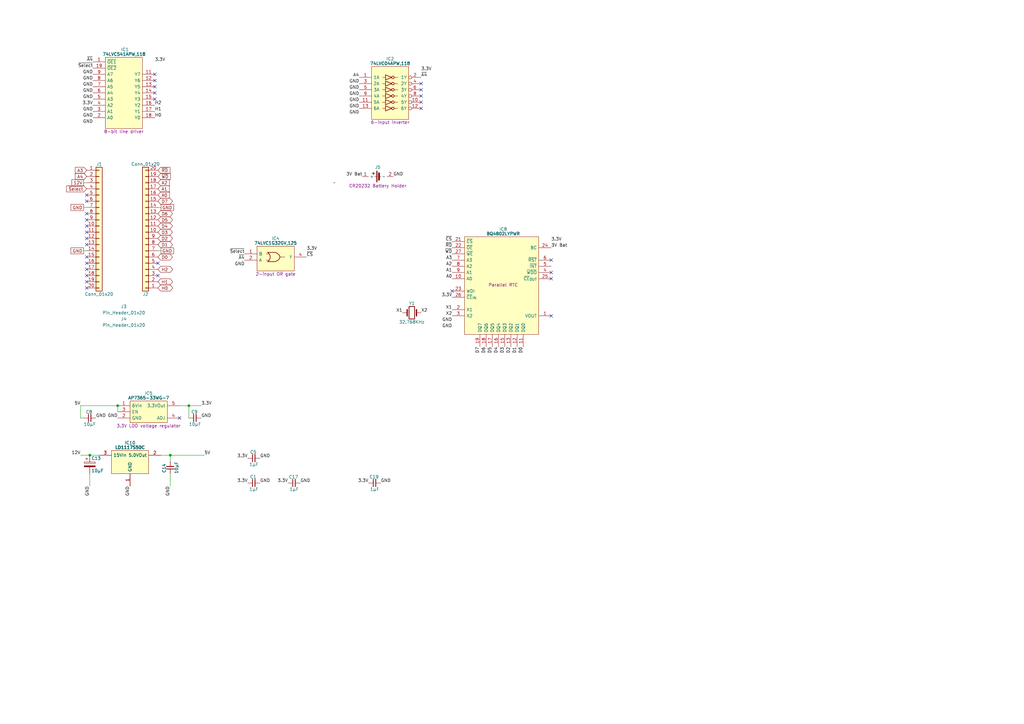
<source format=kicad_sch>
(kicad_sch (version 20231120) (generator "eeschema") (generator_version "8.0")
  (paper "A3")
  (title_block (title "Status Device Board") (date "2024-05-16") (rev "V1"))
  (lib_symbols
    (symbol "Connector_Generic:Conn_01x20" (pin_names (offset 1.016) hide)
      (property "Reference" "J" (at 0 25.4 0))
      (property "Value" "Conn_01x20" (at 0 -27.94 0))
      (symbol "Conn_01x20_1_1"
        (rectangle (start -1.27 -25.273) (end 0 -25.527) (stroke (width 0.1524)))
        (rectangle (start -1.27 -22.733) (end 0 -22.987) (stroke (width 0.1524)))
        (rectangle (start -1.27 -20.193) (end 0 -20.447) (stroke (width 0.1524)))
        (rectangle (start -1.27 -17.653) (end 0 -17.907) (stroke (width 0.1524)))
        (rectangle (start -1.27 -15.113) (end 0 -15.367) (stroke (width 0.1524)))
        (rectangle (start -1.27 -12.573) (end 0 -12.827) (stroke (width 0.1524)))
        (rectangle (start -1.27 -10.033) (end 0 -10.287) (stroke (width 0.1524)))
        (rectangle (start -1.27 -7.493) (end 0 -7.747) (stroke (width 0.1524)))
        (rectangle (start -1.27 -4.953) (end 0 -5.207) (stroke (width 0.1524)))
        (rectangle (start -1.27 -2.413) (end 0 -2.667) (stroke (width 0.1524)))
        (rectangle (start -1.27 0.127) (end 0 -0.127) (stroke (width 0.1524)))
        (rectangle (start -1.27 2.667) (end 0 2.413) (stroke (width 0.1524)))
        (rectangle (start -1.27 5.207) (end 0 4.953) (stroke (width 0.1524)))
        (rectangle (start -1.27 7.747) (end 0 7.493) (stroke (width 0.1524)))
        (rectangle (start -1.27 10.287) (end 0 10.033) (stroke (width 0.1524)))
        (rectangle (start -1.27 12.827) (end 0 12.573) (stroke (width 0.1524)))
        (rectangle (start -1.27 15.367) (end 0 15.113) (stroke (width 0.1524)))
        (rectangle (start -1.27 17.907) (end 0 17.653) (stroke (width 0.1524)))
        (rectangle (start -1.27 20.447) (end 0 20.193) (stroke (width 0.1524)))
        (rectangle (start -1.27 22.987) (end 0 22.733) (stroke (width 0.1524)))
        (rectangle (start -1.27 24.13) (end 1.27 -26.67) (stroke (width 0.254)) (fill (type background)))
        (pin passive line (at -5.08 22.86 0) (length 3.81) (name "Pin_1") (number "1"))
        (pin passive line (at -5.08 0 0) (length 3.81) (name "Pin_10") (number "10"))
        (pin passive line (at -5.08 -2.54 0) (length 3.81) (name "Pin_11") (number "11"))
        (pin passive line (at -5.08 -5.08 0) (length 3.81) (name "Pin_12") (number "12"))
        (pin passive line (at -5.08 -7.62 0) (length 3.81) (name "Pin_13") (number "13"))
        (pin passive line (at -5.08 -10.16 0) (length 3.81) (name "Pin_14") (number "14"))
        (pin passive line (at -5.08 -12.7 0) (length 3.81) (name "Pin_15") (number "15"))
        (pin passive line (at -5.08 -15.24 0) (length 3.81) (name "Pin_16") (number "16"))
        (pin passive line (at -5.08 -17.78 0) (length 3.81) (name "Pin_17") (number "17"))
        (pin passive line (at -5.08 -20.32 0) (length 3.81) (name "Pin_18") (number "18"))
        (pin passive line (at -5.08 -22.86 0) (length 3.81) (name "Pin_19") (number "19"))
        (pin passive line (at -5.08 20.32 0) (length 3.81) (name "Pin_2") (number "2"))
        (pin passive line (at -5.08 -25.4 0) (length 3.81) (name "Pin_20") (number "20"))
        (pin passive line (at -5.08 17.78 0) (length 3.81) (name "Pin_3") (number "3"))
        (pin passive line (at -5.08 15.24 0) (length 3.81) (name "Pin_4") (number "4"))
        (pin passive line (at -5.08 12.7 0) (length 3.81) (name "Pin_5") (number "5"))
        (pin passive line (at -5.08 10.16 0) (length 3.81) (name "Pin_6") (number "6"))
        (pin passive line (at -5.08 7.62 0) (length 3.81) (name "Pin_7") (number "7"))
        (pin passive line (at -5.08 5.08 0) (length 3.81) (name "Pin_8") (number "8"))
        (pin passive line (at -5.08 2.54 0) (length 3.81) (name "Pin_9") (number "9"))
      )
    )
    (symbol "Diodes_Inc:AP7365-33WG-7" (pin_names (offset 0.762))
      (property "Reference" "IC" (at 12.7 5.08 0))
      (property "Value" "AP7365-33WG-7" (at 12.7 3.175 0))
      (property "Description" "3.3V LDO voltage regulator" (at 12.7 -8.255 0))
      (symbol "AP7365-33WG-7_0_0"
        (pin passive line (at 0 -5.08 0) (length 5.08) (name "GND") (number "2"))
        (pin input line (at 0 -2.54 0) (length 5.08) (name "EN") (number "3"))
        (pin passive line (at 25.4 -5.08 180) (length 5.08) (name "ADJ") (number "4"))
      )
      (symbol "AP7365-33WG-7_0_1"
        (polyline (pts (xy 5.08 1.905) (xy 20.32 1.905) (xy 20.32 -6.985) (xy 5.08 -6.985) (xy 5.08 1.905)) (fill (type background)))
      )
      (symbol "AP7365-33WG-7_1_0"
        (pin passive line (at 0 0 0) (length 5.08) (name "6VIn") (number "1"))
        (pin passive line (at 25.4 0 180) (length 5.08) (name "3.3VOut") (number "5"))
      )
    )
    (symbol "HCP65:C_0805" (pin_numbers hide) (pin_names (offset 0.254) hide)
      (property "Reference" "C" (at 2.286 2.54 0))
      (property "Value" "?μF" (at 2.54 -2.54 0))
      (symbol "C_0805_0_1"
        (polyline (pts (xy 1.9685 -1.4605) (xy 1.9685 1.5875)) (stroke (width 0.3048)))
        (polyline (pts (xy 2.9845 -1.4605) (xy 2.9845 1.5875)) (stroke (width 0.3302)))
      )
      (symbol "C_0805_1_1"
        (pin passive line (at 0 0 0) (length 2.032) (name "~") (number "1"))
        (pin passive line (at 5.08 0 180) (length 2.032) (name "~") (number "2"))
      )
    )
    (symbol "HCP65:C_Radial_D8.0mm_P3.80mm" (pin_numbers hide) (pin_names (offset 0.254))
      (property "Reference" "C" (at 0.635 2.54 0))
      (property "Value" "?μF" (at 0.635 -2.54 0))
      (symbol "C_Radial_D8.0mm_P3.80mm_0_1"
        (rectangle (start -2.286 0.508) (end 2.286 1.016))
        (polyline (pts (xy -1.778 2.286) (xy -0.762 2.286)))
        (polyline (pts (xy -1.27 2.794) (xy -1.27 1.778)))
        (rectangle (start 2.286 -0.508) (end -2.286 -1.016) (fill (type outline)))
      )
      (symbol "C_Radial_D8.0mm_P3.80mm_1_1"
        (pin passive line (at 0 3.81 270) (length 2.794) (name "~") (number "1"))
        (pin passive line (at 0 -3.81 90) (length 2.794) (name "~") (number "2"))
      )
    )
    (symbol "HCP65:Pin_Header_01x32" (pin_names (offset 1.016) hide)
      (property "Reference" "J" (at 0 1.27 0))
      (property "Value" "Pin_Header_01x32" (at 0 -1.27 0))
    )
    (symbol "Micro_Crystal:CM8V-T1A-32_768K-TA-QA" (pin_numbers hide) (pin_names (offset 1.016) hide)
      (property "Reference" "Y" (at 0 3.81 0))
      (property "Value" "32.768KHz" (at 0 -3.81 0))
      (symbol "CM8V-T1A-32_768K-TA-QA_0_1"
        (rectangle (start -1.143 2.54) (end 1.143 -2.54) (stroke (width 0.3048)))
        (polyline (pts (xy -2.54 0) (xy -1.905 0)))
        (polyline (pts (xy -1.905 -1.27) (xy -1.905 1.27)) (stroke (width 0.508)))
        (polyline (pts (xy 1.905 -1.27) (xy 1.905 1.27)) (stroke (width 0.508)))
        (polyline (pts (xy 2.54 0) (xy 1.905 0)))
      )
      (symbol "CM8V-T1A-32_768K-TA-QA_1_1"
        (pin passive line (at -3.81 0 0) (length 1.27) (name "1") (number "1"))
        (pin passive line (at 3.81 0 180) (length 1.27) (name "2") (number "2"))
      )
    )
    (symbol "Nexperia:74LVC04APW,118" (pin_names (offset 0.762))
      (property "Reference" "IC" (at 12.7 7.62 0))
      (property "Value" "74LVC04APW,118" (at 12.7 5.715 0))
      (property "Description" "6-input inverter" (at 12.7 -18.415 0))
      (symbol "74LVC04APW,118_0_0"
        (pin input line (at 0 0 0) (length 5.08) (name "1A") (number "1"))
        (pin output inverted (at 25.4 -10.16 180) (length 5.08) (name "5Y") (number "10"))
        (pin input line (at 0 -10.16 0) (length 5.08) (name "5A") (number "11"))
        (pin output inverted (at 25.4 -12.7 180) (length 5.08) (name "6Y") (number "12"))
        (pin input line (at 0 -12.7 0) (length 5.08) (name "6A") (number "13"))
        (pin passive line (at 25.4 2.54 180) (length 5.08) hide (name "3V") (number "14"))
        (pin output inverted (at 25.4 0 180) (length 5.08) (name "1Y") (number "2"))
        (pin input line (at 0 -2.54 0) (length 5.08) (name "2A") (number "3"))
        (pin output inverted (at 25.4 -2.54 180) (length 5.08) (name "2Y") (number "4"))
        (pin input line (at 0 -5.08 0) (length 5.08) (name "3A") (number "5"))
        (pin output inverted (at 25.4 -5.08 180) (length 5.08) (name "3Y") (number "6"))
        (pin passive line (at 0 -15.24 0) (length 5.08) hide (name "GND") (number "7"))
        (pin output inverted (at 25.4 -7.62 180) (length 5.08) (name "4Y") (number "8"))
        (pin input line (at 0 -7.62 0) (length 5.08) (name "4A") (number "9"))
      )
      (symbol "74LVC04APW,118_0_1"
        (polyline (pts (xy 9.525 -12.7) (xy 10.7949 -12.7)))
        (polyline (pts (xy 9.525 -10.16) (xy 10.7949 -10.16)))
        (polyline (pts (xy 9.525 -7.62) (xy 10.7949 -7.62)))
        (polyline (pts (xy 9.525 -5.08) (xy 10.7949 -5.08)))
        (polyline (pts (xy 9.525 -2.54) (xy 10.7949 -2.54)))
        (polyline (pts (xy 9.525 0) (xy 10.7949 0)))
        (polyline (pts (xy 14.351 -12.7) (xy 15.875 -12.7)))
        (polyline (pts (xy 14.351 -10.16) (xy 15.875 -10.16)))
        (polyline (pts (xy 14.351 -7.62) (xy 15.875 -7.62)))
        (polyline (pts (xy 14.351 -5.08) (xy 15.875 -5.08)))
        (polyline (pts (xy 14.351 -2.54) (xy 15.875 -2.54)))
        (polyline (pts (xy 14.351 0) (xy 15.875 0)))
        (polyline (pts (xy 10.795 -13.716) (xy 13.335 -12.7) (xy 10.795 -11.684)) (stroke (width 0.254)))
        (polyline (pts (xy 10.795 -11.176) (xy 13.335 -10.16) (xy 10.795 -9.144)) (stroke (width 0.254)))
        (polyline (pts (xy 10.795 -8.636) (xy 13.335 -7.62) (xy 10.795 -6.604)) (stroke (width 0.254)))
        (polyline (pts (xy 10.795 -6.096) (xy 13.335 -5.08) (xy 10.795 -4.064)) (stroke (width 0.254)))
        (polyline (pts (xy 10.795 -3.556) (xy 13.335 -2.54) (xy 10.795 -1.524)) (stroke (width 0.254)))
        (polyline (pts (xy 10.795 -1.016) (xy 13.335 0) (xy 10.795 1.016)) (stroke (width 0.254)))
        (polyline (pts (xy 5.08 4.445) (xy 20.32 4.445) (xy 20.32 -17.145) (xy 5.08 -17.145) (xy 5.08 4.445)) (stroke (width 0.1524)) (fill (type background)))
        (rectangle (start 10.795 -11.684) (end 10.795 -13.716) (stroke (width 0.254)) (fill (type background)))
        (rectangle (start 10.795 -9.144) (end 10.795 -11.176) (stroke (width 0.254)) (fill (type background)))
        (rectangle (start 10.795 -6.604) (end 10.795 -8.636) (stroke (width 0.254)) (fill (type background)))
        (rectangle (start 10.795 -4.064) (end 10.795 -6.096) (stroke (width 0.254)) (fill (type background)))
        (rectangle (start 10.795 -1.524) (end 10.795 -3.556) (stroke (width 0.254)) (fill (type background)))
        (rectangle (start 10.795 1.016) (end 10.795 -1.016) (stroke (width 0.254)) (fill (type background)))
        (circle (center 13.843 -12.7) (radius 0.508) (stroke (width 0.254)))
        (circle (center 13.843 -10.16) (radius 0.508) (stroke (width 0.254)))
        (circle (center 13.843 -7.62) (radius 0.508) (stroke (width 0.254)))
        (circle (center 13.843 -5.08) (radius 0.508) (stroke (width 0.254)))
        (circle (center 13.843 -2.54) (radius 0.508) (stroke (width 0.254)))
        (circle (center 13.843 0) (radius 0.508) (stroke (width 0.254)))
      )
    )
    (symbol "Nexperia:74LVC1G32GV,125" (pin_names (offset 0.762))
      (property "Reference" "IC" (at 12.7 6.35 0))
      (property "Value" "74LVC1G32GV,125" (at 12.7 4.445 0))
      (property "Description" "2-input OR gate" (at 12.7 -8.255 0))
      (symbol "74LVC1G32GV,125_0_0"
        (pin input line (at 0 0 0) (length 5.08) (name "B") (number "1"))
        (pin input line (at 0 -2.54 0) (length 5.08) (name "A") (number "2"))
        (pin passive line (at 0 -5.08 0) (length 5.08) hide (name "GND") (number "3"))
        (pin output line (at 25.4 -1.27 180) (length 5.08) (name "Y") (number "4"))
        (pin passive line (at 25.4 1.27 180) (length 5.08) hide (name "3V") (number "5"))
      )
      (symbol "74LVC1G32GV,125_0_1"
        (polyline (pts (xy 8.802 -2.54) (xy 10.0719 -2.54)))
        (polyline (pts (xy 8.802 0) (xy 10.0719 0)))
        (polyline (pts (xy 11.977 -3.175) (xy 9.437 -3.175)) (stroke (width 0.254)) (fill (type background)))
        (polyline (pts (xy 11.977 0.635) (xy 9.437 0.635)) (stroke (width 0.254)) (fill (type background)))
        (polyline (pts (xy 14.605 -1.27) (xy 16.51 -1.27)))
        (polyline (pts (xy 5.08 3.175) (xy 20.32 3.175) (xy 20.32 -6.985) (xy 5.08 -6.985) (xy 5.08 3.175)) (stroke (width 0.1524)) (fill (type background)))
        (arc (start 9.437 -3.175) (mid 10.4969 -1.27) (end 9.437 0.635) (stroke (width 0.254)))
        (arc (start 11.977 -3.175) (mid 13.5751 -2.6601) (end 14.517 -1.27) (stroke (width 0.254)))
        (arc (start 14.517 -1.27) (mid 13.5761 0.1213) (end 11.977 0.635) (stroke (width 0.254)))
      )
    )
    (symbol "Nexperia:74LVC541APW,118" (pin_names (offset 0.762))
      (property "Reference" "IC" (at 11.43 5.08 0))
      (property "Value" "74LVC541APW,118" (at 3.81 3.175 0))
      (property "Description" "8-bit line driver" (at 12.7 -28.575 0))
      (symbol "74LVC541APW,118_0_0"
        (pin input line (at 0 0 0) (length 5.08) (name "~{OE1}") (number "1"))
        (pin passive line (at 0 -25.4 0) (length 5.08) hide (name "GND") (number "10"))
        (pin tri_state line (at 25.4 -5.08 180) (length 5.08) (name "Y7") (number "11"))
        (pin tri_state line (at 25.4 -7.62 180) (length 5.08) (name "Y6") (number "12"))
        (pin tri_state line (at 25.4 -10.16 180) (length 5.08) (name "Y5") (number "13"))
        (pin tri_state line (at 25.4 -12.7 180) (length 5.08) (name "Y4") (number "14"))
        (pin tri_state line (at 25.4 -15.24 180) (length 5.08) (name "Y3") (number "15"))
        (pin tri_state line (at 25.4 -17.78 180) (length 5.08) (name "Y2") (number "16"))
        (pin tri_state line (at 25.4 -20.32 180) (length 5.08) (name "Y1") (number "17"))
        (pin tri_state line (at 25.4 -22.86 180) (length 5.08) (name "Y0") (number "18"))
        (pin input line (at 0 -2.54 0) (length 5.08) (name "~{OE2}") (number "19"))
        (pin input line (at 0 -22.86 0) (length 5.08) (name "A0") (number "2"))
        (pin passive line (at 25.4 0 180) (length 5.08) hide (name "3V") (number "20"))
        (pin input line (at 0 -20.32 0) (length 5.08) (name "A1") (number "3"))
        (pin input line (at 0 -17.78 0) (length 5.08) (name "A2") (number "4"))
        (pin input line (at 0 -15.24 0) (length 5.08) (name "A3") (number "5"))
        (pin input line (at 0 -12.7 0) (length 5.08) (name "A4") (number "6"))
        (pin input line (at 0 -10.16 0) (length 5.08) (name "A5") (number "7"))
        (pin input line (at 0 -7.62 0) (length 5.08) (name "A6") (number "8"))
        (pin input line (at 0 -5.08 0) (length 5.08) (name "A7") (number "9"))
      )
      (symbol "74LVC541APW,118_0_1"
        (polyline (pts (xy 5.08 1.905) (xy 20.32 1.905) (xy 20.32 -27.305) (xy 5.08 -27.305) (xy 5.08 1.905)) (stroke (width 0.1524)) (fill (type background)))
      )
    )
    (symbol "RS_Components:237-8270"
      (property "Reference" "J" (at 17.78 6.35 0))
      (property "Description" "CR20232 Battery Holder" (at 17.78 -1.27 0))
      (symbol "237-8270_0_1"
        (polyline (pts (xy 15.494 3.81) (xy 16.51 3.81)) (stroke (width 0.254)))
        (polyline (pts (xy 16.002 3.302) (xy 16.002 4.318)) (stroke (width 0.254)))
        (polyline (pts (xy 17.272 2.54) (xy 16.51 2.54)))
        (polyline (pts (xy 18.288 2.54) (xy 19.05 2.54)))
        (rectangle (start 17.272 0.254) (end 17.526 4.826) (fill (type outline)))
        (rectangle (start 18.034 1.016) (end 18.542 4.064) (fill (type outline)))
      )
      (symbol "237-8270_1_1"
        (pin passive line (at 11.43 2.54 0) (length 2.54) (name "+") (number "1"))
        (pin passive line (at 24.13 2.54 180) (length 2.54) (name "-") (number "2"))
      )
    )
    (symbol "ST_Microelectronics:LD1117S50C" (pin_names (offset 0.762))
      (property "Reference" "IC" (at 7.62 5.08 0))
      (property "Value" "LD1117S50C" (at 7.62 3.175 0))
      (symbol "LD1117S50C_0_0"
        (pin passive line (at 7.62 -12.7 90) (length 5.08) (name "GND") (number "1"))
      )
      (symbol "LD1117S50C_0_1"
        (polyline (pts (xy 0 1.905) (xy 15.24 1.905) (xy 15.24 -7.62) (xy 0 -7.62) (xy 0 1.905)) (stroke (width 0.1524)) (fill (type background)))
      )
      (symbol "LD1117S50C_1_0"
        (pin passive line (at 20.32 0 180) (length 5.08) (name "5.0VOut") (number "2"))
        (pin passive line (at -5.08 0 0) (length 5.08) (name "15VIn") (number "3"))
        (pin no_connect line (at 10.16 -12.7 90) (length 5.08) hide (name "N.C") (number "4"))
      )
    )
    (symbol "Texas_Instruments:BQ4802LYPWR" (pin_names (offset 0.762))
      (property "Reference" "IC" (at 20.955 5.08 0))
      (property "Value" "BQ4802LYPWR" (at 20.955 3.175 0))
      (property "Description" "Parallel RTC" (at 20.955 -17.78 0))
      (symbol "BQ4802LYPWR_0_0"
        (pin passive line (at 40.64 -30.48 180) (length 5.08) (name "VOUT") (number "1"))
        (pin passive line (at 0 -15.24 0) (length 5.08) (name "A0") (number "10"))
        (pin passive line (at 29.21 -43.18 90) (length 5.08) (name "DQ0") (number "11"))
        (pin passive line (at 26.67 -43.18 90) (length 5.08) (name "DQ1") (number "12"))
        (pin passive line (at 24.13 -43.18 90) (length 5.08) (name "DQ2") (number "13"))
        (pin passive line (at 21.59 -43.18 90) (length 5.08) (name "DQ3") (number "15"))
        (pin passive line (at 19.05 -43.18 90) (length 5.08) (name "DQ4") (number "16"))
        (pin passive line (at 16.51 -43.18 90) (length 5.08) (name "DQ5") (number "17"))
        (pin passive line (at 13.97 -43.18 90) (length 5.08) (name "DQ6") (number "18"))
        (pin passive line (at 11.43 -43.18 90) (length 5.08) (name "DQ7") (number "19"))
        (pin passive line (at 0 -27.94 0) (length 5.08) (name "X1") (number "2"))
        (pin passive line (at 0 0 0) (length 5.08) (name "~{CS}") (number "21"))
        (pin passive line (at 0 -2.54 0) (length 5.08) (name "~{OE}") (number "22"))
        (pin passive line (at 0 -20.32 0) (length 5.08) (name "WDI") (number "23"))
        (pin passive line (at 40.64 -2.54 180) (length 5.08) (name "BC") (number "24"))
        (pin passive line (at 0 -5.08 0) (length 5.08) (name "~{WE}") (number "27"))
        (pin passive line (at 0 -30.48 0) (length 5.08) (name "X2") (number "3"))
        (pin passive line (at 40.64 -12.7 180) (length 5.08) (name "~{WDO}") (number "4"))
        (pin passive line (at 40.64 -10.16 180) (length 5.08) (name "~{INT}") (number "5"))
        (pin passive line (at 40.64 -7.62 180) (length 5.08) (name "~{RST}") (number "6"))
        (pin passive line (at 0 -7.62 0) (length 5.08) (name "A3") (number "7"))
        (pin passive line (at 0 -10.16 0) (length 5.08) (name "A2") (number "8"))
        (pin passive line (at 0 -12.7 0) (length 5.08) (name "A1") (number "9"))
      )
      (symbol "BQ4802LYPWR_0_1"
        (polyline (pts (xy 5.08 1.905) (xy 35.56 1.905) (xy 35.56 -38.1) (xy 5.08 -38.1) (xy 5.08 1.905)) (stroke (width 0.1524)) (fill (type background)))
      )
      (symbol "BQ4802LYPWR_1_0"
        (pin passive line (at 0 -33.02 0) (length 5.08) hide (name "GND") (number "14"))
        (pin passive line (at 0 -35.56 0) (length 5.08) hide (name "GND") (number "20"))
        (pin passive line (at 40.64 -15.24 180) (length 5.08) (name "~{CE}_{OUT}") (number "25"))
        (pin passive line (at 0 -22.86 0) (length 5.08) (name "~{CE}_{IN}") (number "26"))
        (pin passive line (at 40.64 0 180) (length 5.08) hide (name "3V") (number "28"))
      )
    )
  )
  (junction (at 36.83 186.69))
  (junction (at 48.26 166.37))
  (junction (at 69.85 186.69))
  (junction (at 77.47 166.37))
  (no_connect (at 35.56 80.01))
  (no_connect (at 35.56 107.95))
  (no_connect (at 63.5 33.02))
  (no_connect (at 35.56 110.49))
  (no_connect (at 172.72 41.91))
  (no_connect (at 63.5 40.64))
  (no_connect (at 73.66 171.45))
  (no_connect (at 35.56 115.57))
  (no_connect (at 185.42 119.38))
  (no_connect (at 35.56 100.33))
  (no_connect (at 35.56 97.79))
  (no_connect (at 35.56 82.55))
  (no_connect (at 226.06 129.54))
  (no_connect (at 35.56 92.71))
  (no_connect (at 226.06 114.3))
  (no_connect (at 226.06 106.68))
  (no_connect (at 35.56 87.63))
  (no_connect (at 172.72 44.45))
  (no_connect (at 35.56 90.17))
  (no_connect (at 64.77 113.03))
  (no_connect (at 64.77 107.95))
  (no_connect (at 35.56 118.11))
  (no_connect (at 63.5 38.1))
  (no_connect (at 35.56 113.03))
  (no_connect (at 35.56 95.25))
  (no_connect (at 172.72 34.29))
  (no_connect (at 63.5 30.48))
  (no_connect (at 172.72 39.37))
  (no_connect (at 35.56 105.41))
  (no_connect (at 63.5 35.56))
  (no_connect (at 226.06 111.76))
  (no_connect (at 172.72 36.83))
  (wire (pts (xy 34.29 74.93) (xy 35.56 74.93)))
  (wire (pts (xy 69.85 186.69) (xy 69.85 189.23)))
  (wire (pts (xy 69.85 186.69) (xy 83.82 186.69)))
  (wire (pts (xy 77.47 171.45) (xy 77.47 166.37)))
  (wire (pts (xy 33.02 166.37) (xy 48.26 166.37)))
  (wire (pts (xy 34.29 85.09) (xy 35.56 85.09)))
  (wire (pts (xy 66.04 186.69) (xy 69.85 186.69)))
  (wire (pts (xy 48.26 166.37) (xy 48.26 168.91)))
  (wire (pts (xy 36.83 199.39) (xy 36.83 194.31)))
  (wire (pts (xy 69.85 194.31) (xy 69.85 199.39)))
  (wire (pts (xy 73.66 166.37) (xy 77.47 166.37)))
  (wire (pts (xy 64.77 102.87) (xy 66.04 102.87)))
  (wire (pts (xy 33.02 186.69) (xy 36.83 186.69)))
  (wire (pts (xy 36.83 186.69) (xy 40.64 186.69)))
  (wire (pts (xy 33.02 166.37) (xy 33.02 171.45)))
  (wire (pts (xy 34.29 102.87) (xy 35.56 102.87)))
  (wire (pts (xy 33.02 171.45) (xy 34.29 171.45)))
  (wire (pts (xy 64.77 85.09) (xy 66.04 85.09)))
  (wire (pts (xy 77.47 166.37) (xy 82.55 166.37)))
  (label "5V" (at 83.82 186.69 0))
  (label "A4" (at 147.32 31.75 180))
  (label "GND" (at 147.32 41.91 180))
  (label "D5" (at 201.93 142.24 270))
  (label "GND" (at 38.1 38.1 180))
  (label "X2" (at 185.42 129.54 180))
  (label "12V" (at 33.02 186.69 180))
  (label "GND" (at 156.21 198.12 0))
  (label "GND" (at 38.1 48.26 180))
  (label "GND" (at 82.55 171.45 0))
  (label "GND" (at 38.1 45.72 180))
  (label "~{CS}" (at 125.73 105.41 0))
  (label "3V Bat" (at 226.06 101.6 0))
  (label "GND" (at 69.85 199.39 270))
  (label "GND" (at 39.37 171.45 0))
  (label "5V" (at 33.02 166.37 180))
  (label "~{A4}" (at 38.1 25.4 180))
  (label "GND" (at 38.1 30.48 180))
  (label "GND" (at 38.1 40.64 180))
  (label "GND" (at 36.83 199.39 270))
  (label "3.3V" (at 38.1 43.18 180))
  (label "~{Select}" (at 100.33 104.14 180))
  (label "GND" (at 185.42 132.08 180))
  (label "3.3V" (at 101.6 187.96 180))
  (label "H1" (at 63.5 45.72 0))
  (label "GND" (at 100.33 109.22 180))
  (label "X1" (at 185.42 127 180))
  (label "~{A4}" (at 100.33 106.68 180))
  (label "GND" (at 48.26 171.45 180))
  (label "~{CS}" (at 185.42 99.06 180))
  (label "~{A4}" (at 172.72 31.75 0))
  (label "~{Select}" (at 38.1 27.94 180))
  (label "D7" (at 196.85 142.24 270))
  (label "A3" (at 185.42 106.68 180))
  (label "X2" (at 172.72 128.27 0))
  (label "A0" (at 185.42 114.3 180))
  (label "GND" (at 123.19 198.12 0))
  (label "GND" (at 53.34 199.39 270))
  (label "A1" (at 185.42 111.76 180))
  (label "GND" (at 185.42 134.62 180))
  (label "D0" (at 214.63 142.24 270))
  (label "H2" (at 63.5 43.18 0))
  (label "H0" (at 63.5 48.26 0))
  (label "3.3V" (at 82.55 166.37 0))
  (label "3.3V" (at 125.73 102.87 0))
  (label "GND" (at 147.32 34.29 180))
  (label "D3" (at 207.01 142.24 270))
  (label "3V Bat" (at 148.59 72.39 180))
  (label "~{WD}" (at 185.42 104.14 180))
  (label "GND" (at 147.32 39.37 180))
  (label "3.3V" (at 118.11 198.12 180))
  (label "3.3V" (at 185.42 121.92 180))
  (label "GND" (at 147.32 44.45 180))
  (label "D6" (at 199.39 142.24 270))
  (label "3.3V" (at 101.6 198.12 180))
  (label "GND" (at 161.29 72.39 0))
  (label "GND" (at 38.1 33.02 180))
  (label "A2" (at 185.42 109.22 180))
  (label "GND" (at 147.32 36.83 180))
  (label "D2" (at 209.55 142.24 270))
  (label "GND" (at 38.1 50.8 180))
  (label "~{RD}" (at 185.42 101.6 180))
  (label "3.3V" (at 151.13 198.12 180))
  (label "3.3V" (at 226.06 99.06 0))
  (label "X1" (at 165.1 128.27 180))
  (label "3.3V" (at 63.5 25.4 0))
  (label "GND" (at 38.1 35.56 180))
  (label "GND" (at 106.68 187.96 0))
  (label "GND" (at 106.68 198.12 0))
  (label "D4" (at 204.47 142.24 270))
  (label "GND" (at 147.32 46.99 180))
  (label "3.3V" (at 172.72 29.21 0))
  (label "D1" (at 212.09 142.24 270))
  (global_label "GND" (shape passive) (at 34.29 85.09 180) (property "Intersheetrefs" "${INTERSHEET_REFS}" (effects (hide yes))))
  (global_label "H0" (shape tri_state) (at 64.77 118.11 0) (property "Intersheetrefs" "${INTERSHEET_REFS}" (effects (hide yes))))
  (global_label "~{Select}" (shape input) (at 35.56 77.47 180) (property "Intersheetrefs" "${INTERSHEET_REFS}" (effects (hide yes))))
  (global_label "A2" (shape input) (at 64.77 74.93 0) (property "Intersheetrefs" "${INTERSHEET_REFS}" (effects (hide yes))))
  (global_label "GND" (shape passive) (at 66.04 85.09 0) (property "Intersheetrefs" "${INTERSHEET_REFS}" (effects (hide yes))))
  (global_label "D6" (shape tri_state) (at 64.77 87.63 0) (property "Intersheetrefs" "${INTERSHEET_REFS}" (effects (hide yes))))
  (global_label "A1" (shape input) (at 64.77 77.47 0) (property "Intersheetrefs" "${INTERSHEET_REFS}" (effects (hide yes))))
  (global_label "~{WD}" (shape input) (at 64.77 72.39 0) (property "Intersheetrefs" "${INTERSHEET_REFS}" (effects (hide yes))))
  (global_label "~{RD}" (shape input) (at 64.77 69.85 0) (property "Intersheetrefs" "${INTERSHEET_REFS}" (effects (hide yes))))
  (global_label "D2" (shape tri_state) (at 64.77 97.79 0) (property "Intersheetrefs" "${INTERSHEET_REFS}" (effects (hide yes))))
  (global_label "D5" (shape tri_state) (at 64.77 90.17 0) (property "Intersheetrefs" "${INTERSHEET_REFS}" (effects (hide yes))))
  (global_label "GND" (shape passive) (at 66.04 102.87 0) (property "Intersheetrefs" "${INTERSHEET_REFS}" (effects (hide yes))))
  (global_label "D4" (shape tri_state) (at 64.77 92.71 0) (property "Intersheetrefs" "${INTERSHEET_REFS}" (effects (hide yes))))
  (global_label "D0" (shape tri_state) (at 64.77 105.41 0) (property "Intersheetrefs" "${INTERSHEET_REFS}" (effects (hide yes))))
  (global_label "A4" (shape input) (at 35.56 72.39 180) (property "Intersheetrefs" "${INTERSHEET_REFS}" (effects (hide yes))))
  (global_label "H2" (shape tri_state) (at 64.77 110.49 0) (property "Intersheetrefs" "${INTERSHEET_REFS}" (effects (hide yes))))
  (global_label "A0" (shape input) (at 64.77 80.01 0) (property "Intersheetrefs" "${INTERSHEET_REFS}" (effects (hide yes))))
  (global_label "D1" (shape tri_state) (at 64.77 100.33 0) (property "Intersheetrefs" "${INTERSHEET_REFS}" (effects (hide yes))))
  (global_label "GND" (shape passive) (at 34.29 102.87 180) (property "Intersheetrefs" "${INTERSHEET_REFS}" (effects (hide yes))))
  (global_label "A3" (shape input) (at 35.56 69.85 180) (property "Intersheetrefs" "${INTERSHEET_REFS}" (effects (hide yes))))
  (global_label "D7" (shape tri_state) (at 64.77 82.55 0) (property "Intersheetrefs" "${INTERSHEET_REFS}" (effects (hide yes))))
  (global_label "H1" (shape tri_state) (at 64.77 115.57 0) (property "Intersheetrefs" "${INTERSHEET_REFS}" (effects (hide yes))))
  (global_label "D3" (shape tri_state) (at 64.77 95.25 0) (property "Intersheetrefs" "${INTERSHEET_REFS}" (effects (hide yes))))
  (global_label "12V" (shape passive) (at 34.29 74.93 180) (property "Intersheetrefs" "${INTERSHEET_REFS}" (effects (hide yes))))
  (symbol (lib_id "Nexperia:74LVC04APW,118") (at 147.32 31.75 0) (unit 1)
    (property "Reference" "IC2" (at 160.02 24.13 0))
    (property "Value" "74LVC04APW,118" (at 160.02 26.035 0) (effects (font (bold yes))))
    (property "Footprint" "SamacSys_Parts:SOP65P640X110-14N" (effects (hide yes)))
    (property "Datasheet" "https://assets.nexperia.com/documents/data-sheet/74LVC04A.pdf" (effects (hide yes)))
    (property "Description" "6-input inverter" (at 160.02 50.165 0))
    (property "Height" "1.1" (effects (hide yes)))
    (property "Manufacturer_Name" "Nexperia" (effects (hide yes)))
    (property "Manufacturer_Part_Number" "74LVC04APW,118" (effects (hide yes)))
    (property "Mouser Part Number" "771-74LVC04APW-T" (effects (hide yes)))
    (property "Mouser Price/Stock" "https://www.mouser.co.uk/ProductDetail/Nexperia/74LVC04APW118?qs=me8TqzrmIYUA5zXidd9%2F4g%3D%3D" (effects (hide yes)))
    (property "Silkscreen" "74LVC04" (effects (hide yes)))
  )
  (symbol (lib_id "Texas_Instruments:BQ4802LYPWR") (at 185.42 99.06 0) (unit 1)
    (property "Reference" "IC8" (at 206.375 93.98 0))
    (property "Value" "BQ4802LYPWR" (at 206.375 95.885 0) (effects (font (thickness 0.254) (bold yes))))
    (property "Footprint" "SOP65P640X120-28N" (effects (hide yes)))
    (property "Datasheet" "http://www.ti.com/lit/gpn/BQ4802LY" (effects (hide yes)))
    (property "Description" "Parallel RTC" (at 206.375 116.84 0))
    (property "Height" "1.2" (effects (hide yes)))
    (property "Manufacturer_Name" "Texas Instruments" (effects (hide yes)))
    (property "Manufacturer_Part_Number" "BQ4802LYPWR" (effects (hide yes)))
    (property "Mouser Part Number" "595-BQ4802LYPWR" (effects (hide yes)))
    (property "Mouser Price/Stock" "https://www.mouser.co.uk/ProductDetail/Texas-Instruments/BQ4802LYPWR?qs=YxwvVplHM%2FkKUAU8m2Z2MQ%3D%3D" (effects (hide yes)))
    (property "Silkscreen" "BQ4802LY" (effects (hide yes)))
  )
  (symbol (lib_id "HCP65:Pin_Header_01x32") (at 50.8 132.08 0) (unit 1)
    (property "Reference" "J4" (at 50.8 130.81 0))
    (property "Value" "Pin_Header_01x20" (at 50.8 133.35 0))
    (property "Footprint" "SamacSys_Parts:PinHeader_1x20_P2.54mm_Vertical" (effects (hide yes)))
  )
  (symbol (lib_id "Micro_Crystal:CM8V-T1A-32_768K-TA-QA") (at 168.91 128.27 0) (unit 1)
    (property "Reference" "Y1" (at 168.91 124.46 0))
    (property "Value" "32.768KHz" (at 168.91 132.08 0))
    (property "Footprint" "SamacSys_Parts:SC32S7PF20PPM" (effects (hide yes)))
    (property "Description" "Two pin crystal" (effects (hide yes)))
    (property "Silkscreen" "CM8V-T1A" (effects (hide yes)))
  )
  (symbol (lib_id "Connector_Generic:Conn_01x20") (at 59.69 95.25 180) (unit 1)
    (property "Reference" "J2" (at 59.69 120.65 0))
    (property "Value" "Conn_01x20" (at 59.69 67.31 0))
    (property "Footprint" "SamacSys_Parts:SIP_20_Pins" (effects (hide yes)))
    (property "Description" "Generic connector, single row, 01x20, script generated (kicad-library-utils/schlib/autogen/connector/)" (effects (hide yes)))
  )
  (symbol (lib_id "HCP65:Pin_Header_01x32") (at 50.8 127 0) (mirror y) (unit 1)
    (property "Reference" "J3" (at 50.8 125.73 0))
    (property "Value" "Pin_Header_01x20" (at 50.8 128.27 0))
    (property "Footprint" "SamacSys_Parts:PinHeader_1x20_P2.54mm_Vertical" (effects (hide yes)))
  )
  (symbol (lib_id "Connector_Generic:Conn_01x20") (at 40.64 92.71 0) (unit 1)
    (property "Reference" "J1" (at 40.64 67.31 0))
    (property "Value" "Conn_01x20" (at 40.64 120.65 0))
    (property "Footprint" "SamacSys_Parts:SIP_20_Pins" (effects (hide yes)))
    (property "Description" "Generic connector, single row, 01x20, script generated (kicad-library-utils/schlib/autogen/connector/)" (effects (hide yes)))
  )
  (symbol (lib_id "HCP65:C_0805") (at 118.11 198.12 0) (unit 1)
    (property "Reference" "C17" (at 120.396 195.58 0))
    (property "Value" "1μF" (at 120.65 200.66 0))
    (property "Footprint" "SamacSys_Parts:C_0805" (effects (hide yes)))
  )
  (symbol (lib_id "Nexperia:74LVC1G32GV,125") (at 100.33 104.14 0) (unit 1)
    (property "Reference" "IC4" (at 113.03 97.79 0))
    (property "Value" "74LVC1G32GV,125" (at 113.03 99.695 0) (effects (font (bold yes))))
    (property "Footprint" "SamacSys_Parts:SOT95P275X110-5N" (effects (hide yes)))
    (property "Datasheet" "https://assets.nexperia.com/documents/data-sheet/74LVC1G32.pdf" (effects (hide yes)))
    (property "Description" "2-input OR gate" (at 113.03 112.395 0))
    (property "Height" "1.1" (effects (hide yes)))
    (property "Manufacturer_Name" "Nexperia" (effects (hide yes)))
    (property "Manufacturer_Part_Number" "74LVC1G32GV,125" (effects (hide yes)))
    (property "Mouser Part Number" "771-LVC1G32GV125" (effects (hide yes)))
    (property "Mouser Price/Stock" "https://www.mouser.co.uk/ProductDetail/Nexperia/74LVC1G32GV125?qs=me8TqzrmIYXExQH4V9SARg%3D%3D" (effects (hide yes)))
    (property "Silkscreen" "'1G32" (effects (hide yes)))
    (property "Garbage" "NEXPERIA - 74LVC1G32GV,125 - OR GATE, SINGLE, 2 I/P, SC-74A-5" (effects (hide yes)))
  )
  (symbol (lib_id "Nexperia:74LVC541APW,118") (at 38.1 25.4 0) (unit 1)
    (property "Reference" "IC1" (at 49.53 20.32 0) (effects (justify left)))
    (property "Value" "74LVC541APW,118" (at 41.91 22.225 0) (effects (font (bold yes)) (justify left)))
    (property "Footprint" "SamacSys_Parts:SOP65P640X110-20N" (effects (hide yes)))
    (property "Datasheet" "https://assets.nexperia.com/documents/data-sheet/74LVC541A.pdf" (effects (hide yes)))
    (property "Description" "8-bit line driver" (at 50.8 53.975 0))
    (property "Height" "1.1" (effects (hide yes)))
    (property "Mouser Part Number" "771-74LVC541APW-T" (effects (hide yes)))
    (property "Mouser Price/Stock" "https://www.mouser.co.uk/ProductDetail/Nexperia/74LVC541APW118?qs=me8TqzrmIYXvoPByM7nnJQ%3D%3D" (effects (hide yes)))
    (property "Manufacturer_Name" "Nexperia" (effects (hide yes)))
    (property "Manufacturer_Part_Number" "74LVC541APW,118" (effects (hide yes)))
    (property "Silkscreen" "74LVC541" (effects (hide yes)))
    (property "Garbage" "74LVC541A - Octal buffer/line driver with 5 V tolerant inputs/outputs; 3-state@en-us" (effects (hide yes)))
  )
  (symbol (lib_id "HCP65:C_0805") (at 34.29 171.45 0) (unit 1)
    (property "Reference" "C8" (at 36.576 168.91 0))
    (property "Value" "10µF" (at 34.29 173.99 0) (effects (justify left)))
    (property "Footprint" "SamacSys_Parts:C_0805" (effects (hide yes)))
  )
  (symbol (lib_id "HCP65:C_0805") (at 101.6 198.12 0) (unit 1)
    (property "Reference" "C1" (at 103.886 195.58 0))
    (property "Value" "1μF" (at 104.14 200.66 0))
    (property "Footprint" "SamacSys_Parts:C_0805" (effects (hide yes)))
  )
  (symbol (lib_id "RS_Components:237-8270") (at 137.16 74.93 0) (unit 1)
    (property "Reference" "J5" (at 154.94 68.58 0))
    (property "Value" "~" (at 137.16 74.93 0))
    (property "Footprint" "SamacSys_Parts:237-8270" (effects (hide yes)))
    (property "Description" "CR20232 Battery Holder" (at 154.94 76.2 0))
  )
  (symbol (lib_id "Diodes_Inc:AP7365-33WG-7") (at 48.26 166.37 0) (unit 1)
    (property "Reference" "IC5" (at 60.96 161.29 0))
    (property "Value" "AP7365-33WG-7" (at 60.96 163.195 0) (effects (font (bold yes))))
    (property "Footprint" "SamacSys_Parts:SOT95P285X130-5N" (effects (hide yes)))
    (property "Datasheet" "https://componentsearchengine.com/Datasheets/1/AP7365-33WG-7.pdf" (effects (hide yes)))
    (property "Description" "3.3V LDO voltage regulator" (at 60.96 174.625 0))
    (property "Height" "1.3" (effects (hide yes)))
    (property "Manufacturer_Name" "Diodes Inc." (effects (hide yes)))
    (property "Manufacturer_Part_Number" "AP7365-33WG-7" (effects (hide yes)))
    (property "Mouser Part Number" "621-AP7365-33WG-7" (effects (hide yes)))
    (property "Mouser Price/Stock" "https://www.mouser.co.uk/ProductDetail/Diodes-Incorporated/AP7365-33WG-7?qs=abZ1nkZpTuOZFvxvoFPL0w%3D%3D" (effects (hide yes)))
    (property "Arrow Part Number" "AP7365-33WG-7" (effects (hide yes)))
    (property "Arrow Price/Stock" "https://www.arrow.com/en/products/ap7365-33wg-7/diodes-incorporated?region=nac" (effects (hide yes)))
    (property "Silkscreen" "AP7365" (effects (hide yes)))
  )
  (symbol (lib_id "HCP65:C_0805") (at 77.47 171.45 0) (unit 1)
    (property "Reference" "C9" (at 79.756 168.91 0))
    (property "Value" "10µF" (at 77.47 173.99 0) (effects (justify left)))
    (property "Footprint" "SamacSys_Parts:C_0805" (effects (hide yes)))
  )
  (symbol (lib_id "HCP65:C_0805") (at 101.6 187.96 0) (unit 1)
    (property "Reference" "C5" (at 103.886 185.42 0))
    (property "Value" "1μF" (at 104.14 190.5 0))
    (property "Footprint" "SamacSys_Parts:C_0805" (effects (hide yes)))
  )
  (symbol (lib_id "HCP65:C_0805") (at 69.85 194.31 90) (unit 1)
    (property "Reference" "C14" (at 67.31 192.024 0))
    (property "Value" "10µF" (at 72.39 194.31 0) (effects (justify left)))
    (property "Footprint" "SamacSys_Parts:C_0805" (effects (hide yes)))
  )
  (symbol (lib_id "HCP65:C_Radial_D8.0mm_P3.80mm") (at 36.83 190.5 0) (unit 1)
    (property "Reference" "C13" (at 37.465 187.96 0) (effects (justify left)))
    (property "Value" "10μF" (at 37.465 193.04 0) (effects (justify left)))
    (property "Footprint" "Capacitor_THT:CP_Radial_D5.0mm_P2.00mm" (effects (hide yes)))
  )
  (symbol (lib_id "ST_Microelectronics:LD1117S50C") (at 45.72 186.69 0) (unit 1)
    (property "Reference" "IC10" (at 53.34 181.61 0))
    (property "Value" "LD1117S50C" (at 53.34 183.515 0) (effects (font (bold yes))))
    (property "Footprint" "SamacSys_Parts:LD1117S33C" (effects (hide yes)))
    (property "Datasheet" "https://www.st.com/resource/en/datasheet/ld1117.pdf" (effects (hide yes)))
    (property "Description" "IC: voltage regulator; LDO, linear, fixed; 5.0V; 0.95A; SOT223; SMD" (effects (hide yes)))
    (property "Height" "1.8" (effects (hide yes)))
    (property "Manufacturer_Name" "STMicroelectronics" (effects (hide yes)))
    (property "Manufacturer_Part_Number" "LD1117S50C" (effects (hide yes)))
    (property "Silkscreen" "LD1117S50" (effects (hide yes)))
    (property "Garbage" "IC: voltage regulator; LDO, linear, fixed; 5.0V; 0.95A; SOT223; SMD" (effects (hide yes)))
  )
  (symbol (lib_id "HCP65:C_0805") (at 151.13 198.12 0) (unit 1)
    (property "Reference" "C19" (at 153.416 195.58 0))
    (property "Value" "1μF" (at 153.67 200.66 0))
    (property "Footprint" "SamacSys_Parts:C_0805" (effects (hide yes)))
  )
)
</source>
